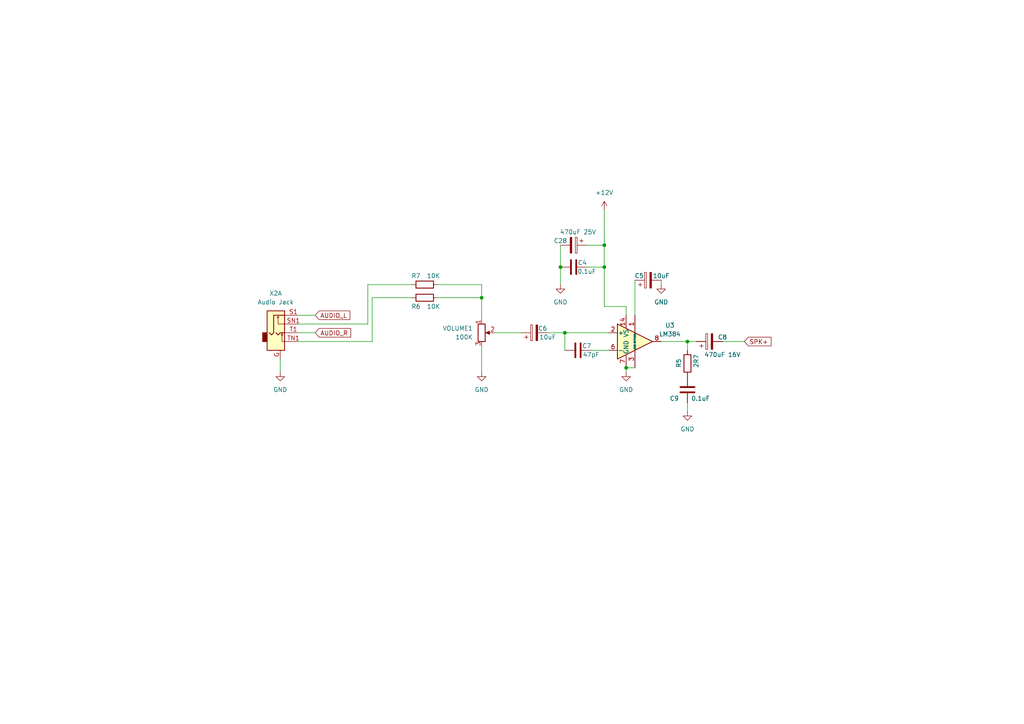
<source format=kicad_sch>
(kicad_sch (version 20211123) (generator eeschema)
  (paper "A4")
  (title_block (title "Jammacon") (date "2022-02-24") (rev "2.2") (company "Shane Kiely"))
  (lib_symbols
    (symbol "Amplifier_Audio:LM384" (pin_names (offset 0.127))
      (property "Reference" "U" (at 5.08 6.35 0))
      (property "Value" "LM384" (at 5.08 3.81 0))
      (symbol "LM384_0_1"
        (polyline (pts (xy -5.08 5.08) (xy 5.08 0) (xy -5.08 -5.08) (xy -5.08 5.08)) (stroke (width 0.254)) (fill (type background)))
      )
      (symbol "LM384_1_1"
        (pin passive line (at 0 7.62 270) (length 5.08) (name "BYPASS") (number "1"))
        (pin passive line (at 0 -7.62 90) (length 5.08) hide (name "GND") (number "10"))
        (pin passive line (at 0 -7.62 90) (length 5.08) hide (name "GND") (number "11"))
        (pin passive line (at 0 -7.62 90) (length 5.08) hide (name "GND") (number "12"))
        (pin no_connect line (at 0 2.54 270) (length 2.54) hide (name "NC") (number "13"))
        (pin power_in line (at -2.54 7.62 270) (length 3.81) (name "VS") (number "14"))
        (pin input line (at -7.62 2.54 0) (length 2.54) (name "+") (number "2"))
        (pin power_in line (at 0 -7.62 90) (length 5.08) (name "GND") (number "3"))
        (pin passive line (at 0 -7.62 90) (length 5.08) hide (name "GND") (number "4"))
        (pin passive line (at 0 -7.62 90) (length 5.08) hide (name "GND") (number "5"))
        (pin input line (at -7.62 -2.54 0) (length 2.54) (name "-") (number "6"))
        (pin power_in line (at -2.54 -7.62 90) (length 3.81) (name "GND") (number "7"))
        (pin output line (at 7.62 0 180) (length 2.54) (name "~") (number "8"))
        (pin no_connect line (at -2.54 2.54 270) (length 2.54) hide (name "NC") (number "9"))
      )
    )
    (symbol "Connector:AudioJack2_Dual_Ground_Switch"
      (property "Reference" "J" (at 0 11.43 0))
      (property "Value" "AudioJack2_Dual_Ground_Switch" (at 0 8.89 0))
      (symbol "AudioJack2_Dual_Ground_Switch_0_1"
        (rectangle (start -5.08 0) (end -3.81 -2.54) (stroke (width 0.254)) (fill (type outline)))
        (polyline (pts (xy -0.635 4.826) (xy -0.381 4.318)))
        (polyline (pts (xy 0.508 -0.254) (xy 0.762 -0.762)))
        (polyline (pts (xy 1.27 -2.54) (xy 2.54 -2.54)))
        (polyline (pts (xy 1.27 2.54) (xy 2.54 2.54)))
        (polyline (pts (xy 2.54 0) (xy 1.27 0)))
        (polyline (pts (xy 2.54 5.08) (xy 1.27 5.08)))
        (polyline (pts (xy -1.27 0) (xy -0.635 -0.635) (xy 0 0) (xy 1.27 0)) (stroke (width 0.254)))
        (polyline (pts (xy 1.27 -2.54) (xy 0.508 -2.54) (xy 0.508 -0.254) (xy 0.254 -0.762)))
        (polyline (pts (xy 1.27 2.54) (xy -0.635 2.54) (xy -0.635 4.826) (xy -0.889 4.318)))
        (polyline (pts (xy 1.27 5.08) (xy -1.905 5.08) (xy -1.905 0) (xy -2.54 -0.635) (xy -3.175 0)) (stroke (width 0.254)))
        (rectangle (start 1.27 6.35) (end -3.81 -5.08) (stroke (width 0.254)) (fill (type background)))
      )
      (symbol "AudioJack2_Dual_Ground_Switch_1_1"
        (pin passive line (at 0 -7.62 90) (length 2.54) (name "~") (number "G"))
        (pin passive line (at 5.08 5.08 180) (length 2.54) (name "~") (number "S1"))
        (pin passive line (at 5.08 2.54 180) (length 2.54) (name "~") (number "SN1"))
        (pin passive line (at 5.08 0 180) (length 2.54) (name "~") (number "T1"))
        (pin passive line (at 5.08 -2.54 180) (length 2.54) (name "~") (number "TN1"))
      )
      (symbol "AudioJack2_Dual_Ground_Switch_2_1"
        (pin passive line (at 5.08 5.08 180) (length 2.54) (name "~") (number "S2"))
        (pin passive line (at 5.08 2.54 180) (length 2.54) (name "~") (number "SN2"))
        (pin passive line (at 5.08 0 180) (length 2.54) (name "~") (number "T2"))
        (pin passive line (at 5.08 -2.54 180) (length 2.54) (name "~") (number "TN2"))
      )
    )
    (symbol "Device:C" (pin_numbers hide) (pin_names (offset 0.254))
      (property "Reference" "C" (at 0.635 2.54 0))
      (property "Value" "C" (at 0.635 -2.54 0))
      (symbol "C_0_1"
        (polyline (pts (xy -2.032 -0.762) (xy 2.032 -0.762)) (stroke (width 0.508)))
        (polyline (pts (xy -2.032 0.762) (xy 2.032 0.762)) (stroke (width 0.508)))
      )
      (symbol "C_1_1"
        (pin passive line (at 0 3.81 270) (length 2.794) (name "~") (number "1"))
        (pin passive line (at 0 -3.81 90) (length 2.794) (name "~") (number "2"))
      )
    )
    (symbol "Device:C_Polarized" (pin_numbers hide) (pin_names (offset 0.254))
      (property "Reference" "C" (at 0.635 2.54 0))
      (property "Value" "C_Polarized" (at 0.635 -2.54 0))
      (symbol "C_Polarized_0_1"
        (rectangle (start -2.286 0.508) (end 2.286 1.016))
        (polyline (pts (xy -1.778 2.286) (xy -0.762 2.286)))
        (polyline (pts (xy -1.27 2.794) (xy -1.27 1.778)))
        (rectangle (start 2.286 -0.508) (end -2.286 -1.016) (fill (type outline)))
      )
      (symbol "C_Polarized_1_1"
        (pin passive line (at 0 3.81 270) (length 2.794) (name "~") (number "1"))
        (pin passive line (at 0 -3.81 90) (length 2.794) (name "~") (number "2"))
      )
    )
    (symbol "Device:R" (pin_numbers hide) (pin_names (offset 0))
      (property "Reference" "R" (at 2.032 0 90))
      (property "Value" "R" (at 0 0 90))
      (symbol "R_0_1"
        (rectangle (start -1.016 -2.54) (end 1.016 2.54) (stroke (width 0.254)))
      )
      (symbol "R_1_1"
        (pin passive line (at 0 3.81 270) (length 1.27) (name "~") (number "1"))
        (pin passive line (at 0 -3.81 90) (length 1.27) (name "~") (number "2"))
      )
    )
    (symbol "Device:R_Potentiometer" (pin_names (offset 1.016) hide)
      (property "Reference" "RV" (at -4.445 0 90))
      (property "Value" "R_Potentiometer" (at -2.54 0 90))
      (symbol "R_Potentiometer_0_1"
        (polyline (pts (xy 2.54 0) (xy 1.524 0)))
        (polyline (pts (xy 1.143 0) (xy 2.286 0.508) (xy 2.286 -0.508) (xy 1.143 0)) (fill (type outline)))
        (rectangle (start 1.016 2.54) (end -1.016 -2.54) (stroke (width 0.254)))
      )
      (symbol "R_Potentiometer_1_1"
        (pin passive line (at 0 3.81 270) (length 1.27) (name "1") (number "1"))
        (pin passive line (at 3.81 0 180) (length 1.27) (name "2") (number "2"))
        (pin passive line (at 0 -3.81 90) (length 1.27) (name "3") (number "3"))
      )
    )
    (symbol "power:+12V" (power) (pin_names (offset 0))
      (property "Value" "+12V" (at 0 3.556 0))
      (symbol "+12V_0_1"
        (polyline (pts (xy -0.762 1.27) (xy 0 2.54)))
        (polyline (pts (xy 0 0) (xy 0 2.54)))
        (polyline (pts (xy 0 2.54) (xy 0.762 1.27)))
      )
      (symbol "+12V_1_1"
        (pin power_in line (at 0 0 90) (length 0) hide (name "+12V") (number "1"))
      )
    )
    (symbol "power:GND" (power) (pin_names (offset 0))
      (property "Value" "GND" (at 0 -3.81 0))
      (symbol "GND_0_1"
        (polyline (pts (xy 0 0) (xy 0 -1.27) (xy 1.27 -1.27) (xy 0 -2.54) (xy -1.27 -1.27) (xy 0 -1.27)))
      )
      (symbol "GND_1_1"
        (pin power_in line (at 0 0 270) (length 0) hide (name "GND") (number "1"))
      )
    )
  )
  (junction (at 162.56 77.47))
  (junction (at 199.39 99.06))
  (junction (at 163.83 96.52))
  (junction (at 139.7 86.36))
  (junction (at 175.26 71.12))
  (junction (at 181.61 106.68))
  (junction (at 175.26 77.47))
  (wire (pts (xy 107.95 86.36) (xy 119.38 86.36)))
  (wire (pts (xy 162.56 77.47) (xy 162.56 82.55)))
  (wire (pts (xy 86.36 91.44) (xy 91.44 91.44)))
  (wire (pts (xy 191.77 99.06) (xy 199.39 99.06)))
  (wire (pts (xy 170.18 77.47) (xy 175.26 77.47)))
  (wire (pts (xy 199.39 99.06) (xy 199.39 101.6)))
  (wire (pts (xy 139.7 86.36) (xy 139.7 82.55)))
  (wire (pts (xy 209.55 99.06) (xy 215.9 99.06)))
  (wire (pts (xy 139.7 92.71) (xy 139.7 86.36)))
  (wire (pts (xy 143.51 96.52) (xy 151.13 96.52)))
  (wire (pts (xy 163.83 96.52) (xy 163.83 101.6)))
  (wire (pts (xy 191.77 81.28) (xy 191.77 82.55)))
  (wire (pts (xy 170.18 71.12) (xy 175.26 71.12)))
  (wire (pts (xy 139.7 100.33) (xy 139.7 107.95)))
  (wire (pts (xy 171.45 101.6) (xy 176.53 101.6)))
  (wire (pts (xy 162.56 71.12) (xy 162.56 77.47)))
  (wire (pts (xy 184.15 81.28) (xy 184.15 91.44)))
  (wire (pts (xy 106.68 93.98) (xy 106.68 82.55)))
  (wire (pts (xy 158.75 96.52) (xy 163.83 96.52)))
  (wire (pts (xy 199.39 116.84) (xy 199.39 119.38)))
  (wire (pts (xy 175.26 77.47) (xy 175.26 71.12)))
  (wire (pts (xy 163.83 96.52) (xy 176.53 96.52)))
  (wire (pts (xy 175.26 71.12) (xy 175.26 60.96)))
  (wire (pts (xy 106.68 82.55) (xy 119.38 82.55)))
  (wire (pts (xy 86.36 93.98) (xy 106.68 93.98)))
  (wire (pts (xy 127 86.36) (xy 139.7 86.36)))
  (wire (pts (xy 181.61 88.9) (xy 175.26 88.9)))
  (wire (pts (xy 127 82.55) (xy 139.7 82.55)))
  (wire (pts (xy 175.26 88.9) (xy 175.26 77.47)))
  (wire (pts (xy 86.36 96.52) (xy 91.44 96.52)))
  (wire (pts (xy 86.36 99.06) (xy 107.95 99.06)))
  (wire (pts (xy 181.61 106.68) (xy 184.15 106.68)))
  (wire (pts (xy 199.39 99.06) (xy 201.93 99.06)))
  (wire (pts (xy 107.95 99.06) (xy 107.95 86.36)))
  (wire (pts (xy 181.61 106.68) (xy 181.61 107.95)))
  (wire (pts (xy 181.61 88.9) (xy 181.61 91.44)))
  (wire (pts (xy 81.28 104.14) (xy 81.28 107.95)))
  (global_label "AUDIO_L" (shape input) (at 91.44 91.44 0) (property "Intersheet References" "${INTERSHEET_REFS}" (effects hide)))
  (global_label "SPK+" (shape input) (at 215.9 99.06 0) (property "Intersheet References" "${INTERSHEET_REFS}" (effects hide)))
  (global_label "AUDIO_R" (shape input) (at 91.44 96.52 0) (property "Intersheet References" "${INTERSHEET_REFS}" (effects hide)))
  (symbol (lib_id "Device:C_Polarized") (at 166.37 71.12 270) (unit 1)
    (property "Reference" "C28" (at 162.56 69.85 90))
    (property "Value" "470uF 25V" (at 167.64 67.31 90))
  )
  (symbol (lib_id "power:GND") (at 181.61 107.95 0) (unit 1)
    (property "Reference" "#PWR0104" (effects hide))
    (property "Value" "GND" (at 181.61 113.03 0))
  )
  (symbol (lib_id "Device:C") (at 199.39 113.03 180) (unit 1)
    (property "Reference" "C9" (at 195.58 115.57 0))
    (property "Value" "0.1uF" (at 203.2 115.57 0))
  )
  (symbol (lib_id "Device:C_Polarized") (at 187.96 81.28 90) (unit 1)
    (property "Reference" "C5" (at 185.42 80.01 90))
    (property "Value" "10uF" (at 191.77 80.01 90))
  )
  (symbol (lib_id "Device:R") (at 199.39 105.41 0) (unit 1)
    (property "Reference" "R5" (at 196.85 106.68 90) (effects (justify left)))
    (property "Value" "2R7" (at 201.93 106.68 90) (effects (justify left)))
  )
  (symbol (lib_id "Amplifier_Audio:LM384") (at 184.15 99.06 0) (unit 1)
    (property "Reference" "U3" (at 194.31 94.361 0))
    (property "Value" "LM384" (at 194.31 96.901 0))
    (property "Footprint" "Package_DIP:DIP-14_W7.62mm" (effects hide))
    (property "Datasheet" "http://www.ti.com/lit/ds/symlink/lm384.pdf" (effects hide))
  )
  (symbol (lib_id "power:+12V") (at 175.26 60.96 0) (unit 1)
    (property "Reference" "#PWR0103" (effects hide))
    (property "Value" "+12V" (at 175.26 55.88 0))
  )
  (symbol (lib_id "power:GND") (at 139.7 107.95 0) (unit 1)
    (property "Reference" "#PWR0107" (effects hide))
    (property "Value" "GND" (at 139.7 113.03 0))
  )
  (symbol (lib_id "Device:C") (at 166.37 77.47 90) (unit 1)
    (property "Reference" "C4" (at 168.91 76.2 90))
    (property "Value" "0.1uF" (at 170.18 78.74 90))
  )
  (symbol (lib_id "power:GND") (at 199.39 119.38 0) (unit 1)
    (property "Reference" "#PWR0105" (effects hide))
    (property "Value" "GND" (at 199.39 124.46 0))
  )
  (symbol (lib_id "Device:C") (at 167.64 101.6 90) (unit 1)
    (property "Reference" "C7" (at 170.18 100.33 90))
    (property "Value" "47pF" (at 171.45 102.87 90))
  )
  (symbol (lib_id "power:GND") (at 81.28 107.95 0) (unit 1)
    (property "Reference" "#PWR0106" (effects hide))
    (property "Value" "GND" (at 81.28 113.03 0))
  )
  (symbol (lib_id "power:GND") (at 191.77 82.55 0) (unit 1)
    (property "Reference" "#PWR0101" (effects hide))
    (property "Value" "GND" (at 191.77 87.63 0))
  )
  (symbol (lib_id "Device:R") (at 123.19 86.36 90) (unit 1)
    (property "Reference" "R6" (at 120.65 88.9 90))
    (property "Value" "10K" (at 125.73 88.9 90))
  )
  (symbol (lib_id "Device:R_Potentiometer") (at 139.7 96.52 0) (unit 1)
    (property "Reference" "VOLUME1" (at 137.16 95.2499 0) (effects (justify right)))
    (property "Value" "100K" (at 137.16 97.7899 0) (effects (justify right)))
  )
  (symbol (lib_id "Connector:AudioJack2_Dual_Ground_Switch") (at 81.28 96.52 0) (unit 1)
    (property "Reference" "X2" (at 79.9465 85.09 0))
    (property "Value" "Audio Jack" (at 79.9465 87.63 0))
  )
  (symbol (lib_id "Device:R") (at 123.19 82.55 90) (unit 1)
    (property "Reference" "R7" (at 120.65 80.01 90))
    (property "Value" "10K" (at 125.73 80.01 90))
  )
  (symbol (lib_id "power:GND") (at 162.56 82.55 0) (unit 1)
    (property "Reference" "#PWR0102" (effects hide))
    (property "Value" "GND" (at 162.56 87.63 0))
  )
  (symbol (lib_id "Device:C_Polarized") (at 205.74 99.06 90) (unit 1)
    (property "Reference" "C8" (at 209.55 97.79 90))
    (property "Value" "470uF 16V" (at 209.55 102.87 90))
  )
  (symbol (lib_id "Device:C_Polarized") (at 154.94 96.52 90) (unit 1)
    (property "Reference" "C6" (at 158.75 95.25 90) (effects (justify left)))
    (property "Value" "10uF" (at 161.29 97.79 90) (effects (justify left)))
  )
)
</source>
